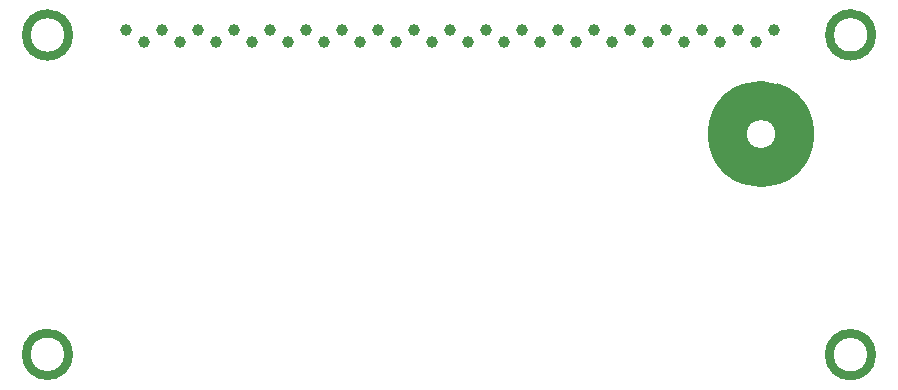
<source format=gbs>
G04 #@! TF.FileFunction,Soldermask,Bot*
%FSLAX46Y46*%
G04 Gerber Fmt 4.6, Leading zero omitted, Abs format (unit mm)*
G04 Created by KiCad (PCBNEW (2016-09-17 revision 679eef1)-makepkg) date 09/25/16 18:07:17*
%MOMM*%
%LPD*%
G01*
G04 APERTURE LIST*
%ADD10C,0.150000*%
%ADD11C,0.800000*%
%ADD12C,3.000000*%
%ADD13C,0.700000*%
%ADD14C,1.350000*%
%ADD15C,1.000000*%
G04 APERTURE END LIST*
D10*
D11*
X73750000Y-3980000D02*
G75*
G03X73750000Y-3980000I-1800000J0D01*
G01*
X73730000Y-31060000D02*
G75*
G03X73730000Y-31060000I-1800000J0D01*
G01*
X5740000Y-31030000D02*
G75*
G03X5740000Y-31030000I-1800000J0D01*
G01*
X5750000Y-3990000D02*
G75*
G03X5750000Y-3990000I-1800000J0D01*
G01*
D12*
X67020227Y-12373718D02*
G75*
G03X67020227Y-12373718I-2660000J0D01*
G01*
D13*
X67290227Y-10533718D02*
X67290227Y-14223718D01*
D14*
X68190227Y-12373718D02*
G75*
G03X68190227Y-12373718I-3830000J0D01*
G01*
D15*
X18246500Y-4600000D03*
X21292000Y-4600000D03*
X12155500Y-4600000D03*
X27383000Y-4600000D03*
X15201000Y-4600000D03*
X24337500Y-4600000D03*
X48701500Y-4600000D03*
X33474000Y-4600000D03*
X36519500Y-4600000D03*
X42610500Y-4600000D03*
X45656000Y-4600000D03*
X39565000Y-4600000D03*
X30428500Y-4600000D03*
X63929000Y-4600000D03*
X54792500Y-4600000D03*
X57838000Y-4600000D03*
X60883500Y-4600000D03*
X51747000Y-4600000D03*
X65454500Y-3540000D03*
X62409000Y-3540000D03*
X59363500Y-3540000D03*
X56318000Y-3540000D03*
X53272500Y-3540000D03*
X50227000Y-3540000D03*
X47181500Y-3540000D03*
X44136000Y-3540000D03*
X41090500Y-3540000D03*
X38045000Y-3540000D03*
X34999500Y-3540000D03*
X31954000Y-3540000D03*
X28908500Y-3540000D03*
X25863000Y-3540000D03*
X22817500Y-3540000D03*
X19772000Y-3540000D03*
X16726500Y-3540000D03*
X13681000Y-3540000D03*
X10635500Y-3540000D03*
M02*

</source>
